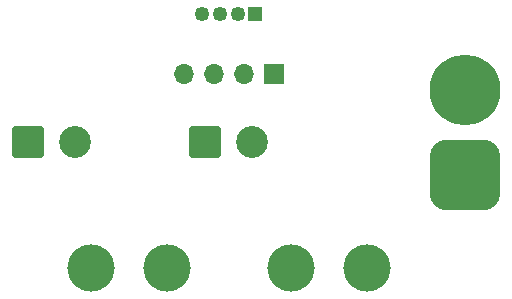
<source format=gts>
%TF.GenerationSoftware,KiCad,Pcbnew,(6.0.9)*%
%TF.CreationDate,2022-12-21T01:12:51+09:00*%
%TF.ProjectId,power,706f7765-722e-46b6-9963-61645f706362,rev?*%
%TF.SameCoordinates,Original*%
%TF.FileFunction,Soldermask,Top*%
%TF.FilePolarity,Negative*%
%FSLAX46Y46*%
G04 Gerber Fmt 4.6, Leading zero omitted, Abs format (unit mm)*
G04 Created by KiCad (PCBNEW (6.0.9)) date 2022-12-21 01:12:51*
%MOMM*%
%LPD*%
G01*
G04 APERTURE LIST*
G04 Aperture macros list*
%AMRoundRect*
0 Rectangle with rounded corners*
0 $1 Rounding radius*
0 $2 $3 $4 $5 $6 $7 $8 $9 X,Y pos of 4 corners*
0 Add a 4 corners polygon primitive as box body*
4,1,4,$2,$3,$4,$5,$6,$7,$8,$9,$2,$3,0*
0 Add four circle primitives for the rounded corners*
1,1,$1+$1,$2,$3*
1,1,$1+$1,$4,$5*
1,1,$1+$1,$6,$7*
1,1,$1+$1,$8,$9*
0 Add four rect primitives between the rounded corners*
20,1,$1+$1,$2,$3,$4,$5,0*
20,1,$1+$1,$4,$5,$6,$7,0*
20,1,$1+$1,$6,$7,$8,$9,0*
20,1,$1+$1,$8,$9,$2,$3,0*%
G04 Aperture macros list end*
%ADD10R,1.251000X1.251000*%
%ADD11C,1.251000*%
%ADD12R,1.700000X1.700000*%
%ADD13O,1.700000X1.700000*%
%ADD14RoundRect,0.250001X-1.099999X-1.099999X1.099999X-1.099999X1.099999X1.099999X-1.099999X1.099999X0*%
%ADD15C,2.700000*%
%ADD16C,4.000000*%
%ADD17RoundRect,1.500000X1.500000X-1.500000X1.500000X1.500000X-1.500000X1.500000X-1.500000X-1.500000X0*%
%ADD18C,6.000000*%
G04 APERTURE END LIST*
D10*
%TO.C,J2*%
X117250000Y-75000000D03*
D11*
X115750000Y-75000000D03*
X114250000Y-75000000D03*
X112750000Y-75000000D03*
%TD*%
D12*
%TO.C,J4*%
X118800000Y-80025000D03*
D13*
X116260000Y-80025000D03*
X113720000Y-80025000D03*
X111180000Y-80025000D03*
%TD*%
D14*
%TO.C,J3*%
X113020000Y-85775000D03*
D15*
X116980000Y-85775000D03*
%TD*%
D16*
%TO.C,F1*%
X120246000Y-96500000D03*
X109754000Y-96500000D03*
X103316000Y-96500000D03*
X126684000Y-96500000D03*
%TD*%
D14*
%TO.C,J5*%
X98020000Y-85775000D03*
D15*
X101980000Y-85775000D03*
%TD*%
D17*
%TO.C,J1*%
X135000000Y-88600000D03*
D18*
X135000000Y-81400000D03*
%TD*%
M02*

</source>
